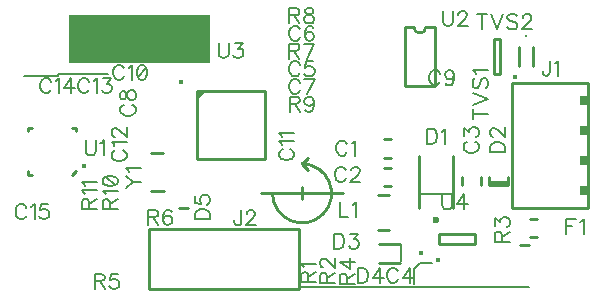
<source format=gto>
G04 DipTrace 2.4.0.2*
%INTopSilk.gbr*%
%MOIN*%
%ADD10C,0.0098*%
%ADD19C,0.0079*%
%ADD24C,0.0236*%
%ADD26C,0.0157*%
%ADD33C,0.0154*%
%ADD35C,0.0094*%
%ADD37O,0.0162X0.0154*%
%ADD42O,0.0165X0.0166*%
%ADD90C,0.0077*%
%FSLAX44Y44*%
G04*
G70*
G90*
G75*
G01*
%LNTopSilk*%
%LPD*%
X16605Y8622D2*
D10*
X16840D1*
X16605Y9252D2*
X16840D1*
X16605Y7685D2*
X16840D1*
X16605Y8314D2*
X16840D1*
X19861Y7745D2*
Y7981D1*
X19232Y7745D2*
Y7981D1*
X17788Y6964D2*
Y8696D1*
X18930Y6964D2*
Y8696D1*
D24*
X18359Y6570D3*
X20107Y7745D2*
D10*
Y7981D1*
X20736Y7745D2*
Y7981D1*
Y7820D2*
X20107D1*
X20736Y7745D2*
X20107D1*
X17151Y5140D2*
X16442D1*
X17151Y5770D2*
X16442D1*
D26*
X17840Y5455D3*
X21139Y5731D2*
D10*
X21454D1*
X10098Y6949D2*
X9783D1*
X21496Y5985D2*
X21732D1*
X21496Y6614D2*
X21732D1*
X23429Y6965D2*
Y11146D1*
X20870D1*
Y6965D1*
X23429D1*
G36*
X23144Y7398D2*
X23459D1*
Y7712D1*
X23144D1*
Y7398D1*
G37*
G36*
Y8397D2*
X23459D1*
Y8712D1*
X23144D1*
Y8397D1*
G37*
G36*
Y9398D2*
X23459D1*
Y9713D1*
X23144D1*
Y9398D1*
G37*
G36*
Y10398D2*
X23459D1*
Y10713D1*
X23144D1*
Y10398D1*
G37*
X8796Y6250D2*
D10*
X13796D1*
Y4250D1*
X8796D1*
Y6250D1*
X16407Y6222D2*
X16801D1*
X16408Y7403D2*
X16801D1*
D33*
X20974Y11325D3*
X20472Y11417D2*
D10*
Y12598D1*
X20276D1*
Y11417D1*
X20472D1*
X21594Y12323D2*
Y11693D1*
X21122Y12323D2*
Y11693D1*
D35*
X21358Y12693D3*
X6339Y8189D2*
D10*
X6221Y8071D1*
X6339Y9646D2*
X6221D1*
X6339D2*
Y9528D1*
X4764Y9646D2*
Y9528D1*
Y9646D2*
X4882D1*
X4764Y8071D2*
Y8189D1*
Y8071D2*
X4882D1*
D37*
X6613Y8368D3*
X17303Y12992D2*
D10*
Y11024D1*
X18327Y12992D2*
Y11024D1*
X17303D2*
X18327D1*
X17618Y12992D2*
X17303D1*
X18012D2*
X18327D1*
X17618D2*
G03X18012Y12992I197J0D01*
G01*
X10374Y10866D2*
X12657D1*
Y8583D1*
X10374D1*
Y10866D1*
D42*
X9858Y11177D3*
G36*
X10374Y10866D2*
Y10551D1*
X10689Y10866D1*
X10374D1*
G37*
D33*
X18403Y5239D3*
X18456Y5780D2*
D10*
X19637D1*
X18456Y6095D2*
X19637D1*
Y5780D2*
Y6095D1*
X18456Y5780D2*
Y6095D1*
X8849Y8789D2*
X9243D1*
X8849Y7530D2*
X9282D1*
X12902Y7452D2*
G03X13886Y8437I984J0D01*
G01*
X14083Y8240D2*
X13886Y8437D1*
X14083Y8633D1*
X13780Y4331D2*
D19*
X13976D1*
X16535D1*
X21457D1*
X17171Y5187D2*
Y5750D1*
X17618Y4429D2*
Y4921D1*
X17815Y5118D1*
X18012D1*
X18209D1*
X17796Y7437D2*
X18921D1*
X15264Y7452D2*
D10*
X12508D1*
X13886Y7255D2*
Y7649D1*
X7424Y11429D2*
D19*
X5737D1*
Y11366D1*
X4674D1*
X4612D1*
G36*
X6102Y13386D2*
X10827D1*
Y11811D1*
X6102D1*
Y13386D1*
G37*
X15390Y9092D2*
D90*
X15366Y9139D1*
X15318Y9187D1*
X15270Y9211D1*
X15175D1*
X15127Y9187D1*
X15079Y9139D1*
X15055Y9092D1*
X15031Y9020D1*
Y8900D1*
X15055Y8829D1*
X15079Y8781D1*
X15127Y8733D1*
X15175Y8709D1*
X15270D1*
X15318Y8733D1*
X15366Y8781D1*
X15390Y8829D1*
X15544Y9115D2*
X15592Y9139D1*
X15664Y9211D1*
Y8709D1*
X15345Y8217D2*
X15321Y8264D1*
X15273Y8312D1*
X15225Y8336D1*
X15130D1*
X15082Y8312D1*
X15034Y8264D1*
X15010Y8217D1*
X14986Y8145D1*
Y8025D1*
X15010Y7954D1*
X15034Y7906D1*
X15082Y7858D1*
X15130Y7834D1*
X15225D1*
X15273Y7858D1*
X15321Y7906D1*
X15345Y7954D1*
X15523Y8216D2*
Y8240D1*
X15547Y8288D1*
X15571Y8312D1*
X15619Y8336D1*
X15715D1*
X15762Y8312D1*
X15786Y8288D1*
X15810Y8240D1*
Y8192D1*
X15786Y8144D1*
X15738Y8073D1*
X15499Y7834D1*
X15834D1*
X19392Y9173D2*
X19344Y9149D1*
X19296Y9101D1*
X19272Y9053D1*
Y8958D1*
X19296Y8910D1*
X19344Y8862D1*
X19392Y8838D1*
X19463Y8814D1*
X19583D1*
X19655Y8838D1*
X19703Y8862D1*
X19750Y8910D1*
X19775Y8958D1*
Y9053D1*
X19750Y9101D1*
X19703Y9149D1*
X19655Y9173D1*
X19273Y9375D2*
Y9638D1*
X19464Y9495D1*
Y9567D1*
X19488Y9614D1*
X19512Y9638D1*
X19583Y9662D1*
X19631D1*
X19703Y9638D1*
X19751Y9590D1*
X19775Y9519D1*
Y9447D1*
X19751Y9375D1*
X19727Y9352D1*
X19679Y9327D1*
X17083Y4850D2*
X17059Y4898D1*
X17011Y4946D1*
X16964Y4969D1*
X16868D1*
X16820Y4946D1*
X16773Y4898D1*
X16748Y4850D1*
X16725Y4778D1*
Y4658D1*
X16748Y4587D1*
X16773Y4539D1*
X16820Y4491D1*
X16868Y4467D1*
X16964D1*
X17011Y4491D1*
X17059Y4539D1*
X17083Y4587D1*
X17477Y4467D2*
Y4969D1*
X17238Y4635D1*
X17596D1*
X13813Y11735D2*
X13789Y11782D1*
X13741Y11831D1*
X13693Y11854D1*
X13598D1*
X13550Y11831D1*
X13502Y11782D1*
X13478Y11735D1*
X13454Y11663D1*
Y11543D1*
X13478Y11472D1*
X13502Y11424D1*
X13550Y11376D1*
X13598Y11352D1*
X13693D1*
X13741Y11376D1*
X13789Y11424D1*
X13813Y11472D1*
X14254Y11854D2*
X14015D1*
X13991Y11639D1*
X14015Y11662D1*
X14087Y11687D1*
X14158D1*
X14230Y11662D1*
X14278Y11615D1*
X14302Y11543D1*
Y11496D1*
X14278Y11424D1*
X14230Y11376D1*
X14158Y11352D1*
X14087D1*
X14015Y11376D1*
X13991Y11400D1*
X13967Y11447D1*
X13825Y12916D2*
X13801Y12964D1*
X13753Y13012D1*
X13705Y13035D1*
X13610D1*
X13562Y13012D1*
X13514Y12964D1*
X13490Y12916D1*
X13466Y12844D1*
Y12724D1*
X13490Y12653D1*
X13514Y12605D1*
X13562Y12557D1*
X13610Y12533D1*
X13705D1*
X13753Y12557D1*
X13801Y12605D1*
X13825Y12653D1*
X14266Y12964D2*
X14242Y13011D1*
X14170Y13035D1*
X14123D1*
X14051Y13011D1*
X14003Y12939D1*
X13979Y12820D1*
Y12700D1*
X14003Y12605D1*
X14051Y12557D1*
X14123Y12533D1*
X14147D1*
X14218Y12557D1*
X14266Y12605D1*
X14290Y12677D1*
Y12700D1*
X14266Y12772D1*
X14218Y12820D1*
X14147Y12844D1*
X14123D1*
X14051Y12820D1*
X14003Y12772D1*
X13979Y12700D1*
X13813Y11144D2*
X13789Y11192D1*
X13741Y11240D1*
X13693Y11264D1*
X13598D1*
X13550Y11240D1*
X13502Y11192D1*
X13478Y11144D1*
X13454Y11072D1*
Y10953D1*
X13478Y10881D1*
X13502Y10833D1*
X13550Y10786D1*
X13598Y10761D1*
X13693D1*
X13741Y10786D1*
X13789Y10833D1*
X13813Y10881D1*
X14063Y10761D2*
X14302Y11263D1*
X13967D1*
X7952Y10405D2*
X7904Y10382D1*
X7856Y10334D1*
X7832Y10286D1*
Y10190D1*
X7856Y10142D1*
X7904Y10095D1*
X7952Y10071D1*
X8023Y10047D1*
X8143D1*
X8215Y10071D1*
X8263Y10095D1*
X8310Y10142D1*
X8335Y10190D1*
Y10286D1*
X8310Y10334D1*
X8263Y10382D1*
X8215Y10405D1*
X7833Y10679D2*
X7857Y10608D1*
X7904Y10584D1*
X7952D1*
X8000Y10608D1*
X8024Y10655D1*
X8048Y10751D1*
X8072Y10823D1*
X8120Y10870D1*
X8167Y10894D1*
X8239D1*
X8287Y10870D1*
X8311Y10847D1*
X8335Y10775D1*
Y10679D1*
X8311Y10608D1*
X8287Y10584D1*
X8239Y10560D1*
X8167D1*
X8120Y10584D1*
X8072Y10632D1*
X8048Y10703D1*
X8024Y10799D1*
X8000Y10847D1*
X7952Y10870D1*
X7904D1*
X7857Y10847D1*
X7833Y10775D1*
Y10679D1*
X18490Y11440D2*
X18466Y11487D1*
X18418Y11535D1*
X18370Y11559D1*
X18275D1*
X18227Y11535D1*
X18179Y11487D1*
X18155Y11440D1*
X18131Y11368D1*
Y11248D1*
X18155Y11177D1*
X18179Y11128D1*
X18227Y11081D1*
X18275Y11057D1*
X18370D1*
X18418Y11081D1*
X18466Y11128D1*
X18490Y11177D1*
X18955Y11392D2*
X18931Y11320D1*
X18884Y11272D1*
X18812Y11248D1*
X18788D1*
X18716Y11272D1*
X18669Y11320D1*
X18644Y11392D1*
Y11415D1*
X18669Y11487D1*
X18716Y11535D1*
X18788Y11558D1*
X18812D1*
X18884Y11535D1*
X18931Y11487D1*
X18955Y11392D1*
Y11272D1*
X18931Y11152D1*
X18884Y11080D1*
X18812Y11057D1*
X18764D1*
X18692Y11080D1*
X18669Y11128D1*
X7950Y11615D2*
X7926Y11662D1*
X7878Y11710D1*
X7830Y11734D1*
X7735D1*
X7687Y11710D1*
X7639Y11662D1*
X7615Y11615D1*
X7591Y11543D1*
Y11423D1*
X7615Y11352D1*
X7639Y11304D1*
X7687Y11256D1*
X7735Y11232D1*
X7830D1*
X7878Y11256D1*
X7926Y11304D1*
X7950Y11352D1*
X8104Y11638D2*
X8152Y11662D1*
X8224Y11734D1*
Y11232D1*
X8522Y11734D2*
X8450Y11710D1*
X8402Y11638D1*
X8378Y11519D1*
Y11447D1*
X8402Y11327D1*
X8450Y11256D1*
X8522Y11232D1*
X8570D1*
X8641Y11256D1*
X8689Y11327D1*
X8713Y11447D1*
Y11519D1*
X8689Y11638D1*
X8641Y11710D1*
X8570Y11734D1*
X8522D1*
X8689Y11638D2*
X8402Y11327D1*
X13237Y8917D2*
X13189Y8893D1*
X13141Y8845D1*
X13117Y8797D1*
Y8702D1*
X13141Y8654D1*
X13189Y8606D1*
X13237Y8582D1*
X13308Y8558D1*
X13428D1*
X13500Y8582D1*
X13548Y8606D1*
X13595Y8654D1*
X13620Y8702D1*
Y8797D1*
X13595Y8845D1*
X13548Y8893D1*
X13500Y8917D1*
X13213Y9071D2*
X13189Y9119D1*
X13118Y9191D1*
X13620D1*
X13213Y9346D2*
X13189Y9394D1*
X13118Y9465D1*
X13620D1*
X7657Y8886D2*
X7609Y8862D1*
X7561Y8814D1*
X7537Y8767D1*
Y8671D1*
X7561Y8623D1*
X7609Y8576D1*
X7657Y8551D1*
X7729Y8527D1*
X7849D1*
X7920Y8551D1*
X7968Y8576D1*
X8016Y8623D1*
X8040Y8671D1*
Y8767D1*
X8016Y8814D1*
X7968Y8862D1*
X7920Y8886D1*
X7634Y9041D2*
X7609Y9089D1*
X7538Y9160D1*
X8040D1*
X7657Y9339D2*
X7634D1*
X7586Y9363D1*
X7562Y9387D1*
X7538Y9435D1*
Y9530D1*
X7562Y9578D1*
X7586Y9602D1*
X7634Y9626D1*
X7681D1*
X7729Y9602D1*
X7801Y9554D1*
X8040Y9315D1*
Y9650D1*
X6784Y11176D2*
X6760Y11223D1*
X6712Y11271D1*
X6665Y11295D1*
X6569D1*
X6521Y11271D1*
X6474Y11223D1*
X6449Y11176D1*
X6426Y11104D1*
Y10984D1*
X6449Y10913D1*
X6474Y10865D1*
X6521Y10817D1*
X6569Y10793D1*
X6665D1*
X6712Y10817D1*
X6760Y10865D1*
X6784Y10913D1*
X6939Y11199D2*
X6987Y11223D1*
X7059Y11295D1*
Y10793D1*
X7261Y11295D2*
X7524D1*
X7380Y11103D1*
X7452D1*
X7500Y11080D1*
X7524Y11056D1*
X7548Y10984D1*
Y10937D1*
X7524Y10865D1*
X7476Y10817D1*
X7404Y10793D1*
X7332D1*
X7261Y10817D1*
X7237Y10841D1*
X7213Y10888D1*
X5522Y11176D2*
X5499Y11223D1*
X5451Y11271D1*
X5403Y11295D1*
X5307D1*
X5259Y11271D1*
X5212Y11223D1*
X5187Y11176D1*
X5164Y11104D1*
Y10984D1*
X5187Y10913D1*
X5212Y10865D1*
X5259Y10817D1*
X5307Y10793D1*
X5403D1*
X5451Y10817D1*
X5499Y10865D1*
X5522Y10913D1*
X5677Y11199D2*
X5725Y11223D1*
X5797Y11295D1*
Y10793D1*
X6190D2*
Y11295D1*
X5951Y10960D1*
X6310D1*
X4696Y6978D2*
X4672Y7025D1*
X4624Y7073D1*
X4576Y7097D1*
X4481D1*
X4433Y7073D1*
X4385Y7025D1*
X4361Y6978D1*
X4337Y6906D1*
Y6786D1*
X4361Y6714D1*
X4385Y6666D1*
X4433Y6619D1*
X4481Y6595D1*
X4576D1*
X4624Y6619D1*
X4672Y6666D1*
X4696Y6714D1*
X4850Y7001D2*
X4898Y7025D1*
X4970Y7096D1*
Y6595D1*
X5411Y7096D2*
X5172D1*
X5149Y6881D1*
X5172Y6905D1*
X5244Y6929D1*
X5316D1*
X5387Y6905D1*
X5436Y6858D1*
X5459Y6786D1*
Y6738D1*
X5436Y6666D1*
X5387Y6618D1*
X5316Y6595D1*
X5244D1*
X5172Y6618D1*
X5149Y6643D1*
X5124Y6690D1*
X18054Y9605D2*
Y9103D1*
X18222D1*
X18293Y9127D1*
X18342Y9175D1*
X18365Y9223D1*
X18389Y9294D1*
Y9414D1*
X18365Y9486D1*
X18342Y9533D1*
X18293Y9581D1*
X18222Y9605D1*
X18054D1*
X18543Y9509D2*
X18592Y9533D1*
X18663Y9605D1*
Y9103D1*
X20147Y8826D2*
X20650D1*
Y8994D1*
X20625Y9065D1*
X20578Y9113D1*
X20530Y9137D1*
X20458Y9161D1*
X20338D1*
X20267Y9137D1*
X20219Y9113D1*
X20171Y9065D1*
X20147Y8994D1*
Y8826D1*
X20267Y9340D2*
X20243D1*
X20195Y9363D1*
X20172Y9387D1*
X20148Y9435D1*
Y9531D1*
X20172Y9578D1*
X20195Y9602D1*
X20243Y9627D1*
X20291D1*
X20339Y9602D1*
X20410Y9555D1*
X20650Y9315D1*
Y9650D1*
X14957Y6109D2*
Y5606D1*
X15124D1*
X15196Y5631D1*
X15244Y5678D1*
X15268Y5726D1*
X15292Y5798D1*
Y5917D1*
X15268Y5989D1*
X15244Y6037D1*
X15196Y6085D1*
X15124Y6109D1*
X14957D1*
X15494Y6108D2*
X15757D1*
X15614Y5917D1*
X15686D1*
X15733Y5893D1*
X15757Y5869D1*
X15781Y5798D1*
Y5750D1*
X15757Y5678D1*
X15709Y5630D1*
X15638Y5606D1*
X15566D1*
X15494Y5630D1*
X15471Y5654D1*
X15446Y5702D1*
X15754Y4967D2*
Y4465D1*
X15922D1*
X15993Y4489D1*
X16042Y4537D1*
X16065Y4585D1*
X16089Y4656D1*
Y4776D1*
X16065Y4848D1*
X16042Y4896D1*
X15993Y4944D1*
X15922Y4967D1*
X15754D1*
X16483Y4465D2*
Y4967D1*
X16243Y4633D1*
X16602D1*
X10312Y6581D2*
X10814D1*
Y6749D1*
X10790Y6821D1*
X10742Y6869D1*
X10694Y6893D1*
X10623Y6916D1*
X10503D1*
X10431Y6893D1*
X10383Y6869D1*
X10335Y6821D1*
X10312Y6749D1*
Y6581D1*
Y7358D2*
Y7119D1*
X10527Y7095D1*
X10503Y7119D1*
X10479Y7191D1*
Y7262D1*
X10503Y7334D1*
X10551Y7382D1*
X10623Y7406D1*
X10670D1*
X10742Y7382D1*
X10790Y7334D1*
X10814Y7262D1*
Y7191D1*
X10790Y7119D1*
X10766Y7095D1*
X10718Y7071D1*
X23011Y6598D2*
X22699D1*
Y6096D1*
Y6359D2*
X22891D1*
X23165Y6502D2*
X23213Y6527D1*
X23285Y6598D1*
Y6096D1*
X22147Y11878D2*
Y11495D1*
X22123Y11424D1*
X22099Y11400D1*
X22052Y11375D1*
X22003D1*
X21956Y11400D1*
X21932Y11424D1*
X21908Y11495D1*
Y11543D1*
X22302Y11782D2*
X22350Y11806D1*
X22421Y11877D1*
Y11375D1*
X11860Y6883D2*
Y6501D1*
X11836Y6429D1*
X11812Y6405D1*
X11765Y6381D1*
X11717D1*
X11669Y6405D1*
X11645Y6429D1*
X11621Y6501D1*
Y6548D1*
X12039Y6763D2*
Y6787D1*
X12063Y6835D1*
X12086Y6859D1*
X12135Y6883D1*
X12230D1*
X12278Y6859D1*
X12301Y6835D1*
X12326Y6787D1*
Y6740D1*
X12301Y6692D1*
X12254Y6620D1*
X12015Y6381D1*
X12350D1*
X15136Y7174D2*
Y6672D1*
X15423D1*
X15577Y7078D2*
X15626Y7102D1*
X15697Y7174D1*
Y6672D1*
X14096Y4500D2*
Y4715D1*
X14071Y4786D1*
X14048Y4811D1*
X14000Y4835D1*
X13952D1*
X13904Y4811D1*
X13880Y4786D1*
X13856Y4715D1*
Y4500D1*
X14359D1*
X14096Y4667D2*
X14359Y4835D1*
X13952Y4989D2*
X13928Y5037D1*
X13857Y5109D1*
X14359D1*
X14718Y4472D2*
Y4687D1*
X14693Y4759D1*
X14670Y4783D1*
X14622Y4807D1*
X14574D1*
X14526Y4783D1*
X14502Y4759D1*
X14478Y4687D1*
Y4472D1*
X14981D1*
X14718Y4639D2*
X14981Y4807D1*
X14598Y4985D2*
X14575D1*
X14526Y5009D1*
X14503Y5033D1*
X14479Y5081D1*
Y5177D1*
X14503Y5224D1*
X14526Y5248D1*
X14575Y5272D1*
X14622D1*
X14670Y5248D1*
X14741Y5200D1*
X14981Y4961D1*
Y5296D1*
X20544Y5837D2*
Y6052D1*
X20520Y6124D1*
X20496Y6149D1*
X20448Y6172D1*
X20400D1*
X20353Y6149D1*
X20328Y6124D1*
X20305Y6052D1*
Y5837D1*
X20807D1*
X20544Y6005D2*
X20807Y6172D1*
X20305Y6375D2*
Y6637D1*
X20496Y6494D1*
Y6566D1*
X20520Y6614D1*
X20544Y6637D1*
X20616Y6662D1*
X20663D1*
X20735Y6637D1*
X20783Y6590D1*
X20807Y6518D1*
Y6446D1*
X20783Y6375D1*
X20759Y6351D1*
X20711Y6327D1*
X15382Y4441D2*
Y4656D1*
X15358Y4728D1*
X15334Y4752D1*
X15286Y4776D1*
X15238D1*
X15191Y4752D1*
X15167Y4728D1*
X15143Y4656D1*
Y4441D1*
X15645D1*
X15382Y4609D2*
X15645Y4776D1*
Y5170D2*
X15143D1*
X15478Y4930D1*
Y5289D1*
X6972Y4530D2*
X7187D1*
X7259Y4554D1*
X7283Y4578D1*
X7307Y4625D1*
Y4674D1*
X7283Y4721D1*
X7259Y4745D1*
X7187Y4769D1*
X6972D1*
Y4267D1*
X7139Y4530D2*
X7307Y4267D1*
X7748Y4769D2*
X7509D1*
X7485Y4554D1*
X7509Y4577D1*
X7581Y4602D1*
X7652D1*
X7724Y4577D1*
X7772Y4530D1*
X7796Y4458D1*
Y4410D1*
X7772Y4339D1*
X7724Y4291D1*
X7652Y4267D1*
X7581D1*
X7509Y4291D1*
X7485Y4315D1*
X7461Y4362D1*
X8763Y6658D2*
X8978D1*
X9050Y6682D1*
X9074Y6706D1*
X9098Y6753D1*
Y6801D1*
X9074Y6849D1*
X9050Y6873D1*
X8978Y6897D1*
X8763D1*
Y6395D1*
X8930Y6658D2*
X9098Y6395D1*
X9539Y6825D2*
X9515Y6873D1*
X9443Y6897D1*
X9396D1*
X9324Y6873D1*
X9276Y6801D1*
X9252Y6682D1*
Y6562D1*
X9276Y6467D1*
X9324Y6418D1*
X9396Y6395D1*
X9420D1*
X9491Y6418D1*
X9539Y6467D1*
X9563Y6538D1*
Y6562D1*
X9539Y6634D1*
X9491Y6682D1*
X9420Y6705D1*
X9396D1*
X9324Y6682D1*
X9276Y6634D1*
X9252Y6562D1*
X13466Y12206D2*
X13681D1*
X13753Y12230D1*
X13777Y12254D1*
X13801Y12301D1*
Y12349D1*
X13777Y12397D1*
X13753Y12421D1*
X13681Y12445D1*
X13466D1*
Y11942D1*
X13633Y12206D2*
X13801Y11942D1*
X14051D2*
X14290Y12444D1*
X13955D1*
X13466Y13387D2*
X13681D1*
X13753Y13411D1*
X13777Y13435D1*
X13801Y13482D1*
Y13530D1*
X13777Y13578D1*
X13753Y13602D1*
X13681Y13626D1*
X13466D1*
Y13124D1*
X13634Y13387D2*
X13801Y13124D1*
X14075Y13625D2*
X14004Y13602D1*
X13979Y13554D1*
Y13506D1*
X14004Y13458D1*
X14051Y13434D1*
X14147Y13410D1*
X14219Y13387D1*
X14266Y13339D1*
X14290Y13291D1*
Y13219D1*
X14266Y13172D1*
X14242Y13147D1*
X14170Y13124D1*
X14075D1*
X14004Y13147D1*
X13979Y13172D1*
X13955Y13219D1*
Y13291D1*
X13979Y13339D1*
X14027Y13387D1*
X14099Y13410D1*
X14194Y13434D1*
X14242Y13458D1*
X14266Y13506D1*
Y13554D1*
X14242Y13602D1*
X14170Y13625D1*
X14075D1*
X13478Y10434D2*
X13693D1*
X13765Y10458D1*
X13789Y10482D1*
X13813Y10529D1*
Y10578D1*
X13789Y10625D1*
X13765Y10649D1*
X13693Y10673D1*
X13478D1*
Y10171D1*
X13645Y10434D2*
X13813Y10171D1*
X14278Y10506D2*
X14254Y10434D1*
X14206Y10386D1*
X14134Y10362D1*
X14111D1*
X14039Y10386D1*
X13991Y10434D1*
X13967Y10506D1*
Y10529D1*
X13991Y10601D1*
X14039Y10649D1*
X14111Y10673D1*
X14134D1*
X14206Y10649D1*
X14254Y10601D1*
X14278Y10506D1*
Y10386D1*
X14254Y10266D1*
X14206Y10195D1*
X14134Y10171D1*
X14087D1*
X14015Y10195D1*
X13991Y10243D1*
X7480Y6931D2*
Y7146D1*
X7455Y7218D1*
X7431Y7242D1*
X7384Y7266D1*
X7336D1*
X7288Y7242D1*
X7264Y7218D1*
X7240Y7146D1*
Y6931D1*
X7743D1*
X7480Y7098D2*
X7743Y7266D1*
X7336Y7420D2*
X7312Y7468D1*
X7241Y7540D1*
X7743D1*
X7241Y7838D2*
X7265Y7767D1*
X7336Y7718D1*
X7456Y7695D1*
X7528D1*
X7647Y7718D1*
X7719Y7767D1*
X7743Y7838D1*
Y7886D1*
X7719Y7958D1*
X7647Y8005D1*
X7528Y8030D1*
X7456D1*
X7336Y8005D1*
X7265Y7958D1*
X7241Y7886D1*
Y7838D1*
X7336Y8005D2*
X7647Y7718D1*
X6791Y6940D2*
Y7155D1*
X6766Y7227D1*
X6742Y7251D1*
X6695Y7275D1*
X6647D1*
X6599Y7251D1*
X6575Y7227D1*
X6551Y7155D1*
Y6940D1*
X7054D1*
X6791Y7108D2*
X7054Y7275D1*
X6647Y7429D2*
X6623Y7478D1*
X6552Y7549D1*
X7054D1*
X6647Y7704D2*
X6623Y7752D1*
X6552Y7824D1*
X7054D1*
X19573Y10092D2*
X20075D1*
X19573Y9925D2*
Y10259D1*
Y10414D2*
X20075Y10605D1*
X19573Y10796D1*
X19645Y11286D2*
X19597Y11238D1*
X19573Y11166D1*
Y11071D1*
X19597Y10999D1*
X19645Y10951D1*
X19692D1*
X19740Y10975D1*
X19764Y10999D1*
X19788Y11046D1*
X19836Y11190D1*
X19860Y11238D1*
X19884Y11262D1*
X19932Y11286D1*
X20003D1*
X20051Y11238D1*
X20075Y11166D1*
Y11071D1*
X20051Y10999D1*
X20003Y10951D1*
X19669Y11440D2*
X19645Y11488D1*
X19573Y11560D1*
X20075D1*
X19872Y13421D2*
Y12919D1*
X19705Y13421D2*
X20040D1*
X20194D2*
X20385Y12919D1*
X20577Y13421D1*
X21066Y13349D2*
X21018Y13397D1*
X20946Y13421D1*
X20851D1*
X20779Y13397D1*
X20731Y13349D1*
Y13302D1*
X20755Y13254D1*
X20779Y13230D1*
X20827Y13206D1*
X20970Y13158D1*
X21018Y13134D1*
X21042Y13110D1*
X21066Y13062D1*
Y12991D1*
X21018Y12943D1*
X20946Y12919D1*
X20851D1*
X20779Y12943D1*
X20731Y12991D1*
X21245Y13301D2*
Y13325D1*
X21268Y13373D1*
X21292Y13397D1*
X21340Y13421D1*
X21436D1*
X21483Y13397D1*
X21507Y13373D1*
X21531Y13325D1*
Y13277D1*
X21507Y13229D1*
X21460Y13158D1*
X21220Y12919D1*
X21555D1*
X6673Y9218D2*
Y8860D1*
X6696Y8788D1*
X6744Y8740D1*
X6816Y8716D1*
X6864D1*
X6936Y8740D1*
X6984Y8788D1*
X7007Y8860D1*
Y9218D1*
X7162Y9122D2*
X7210Y9147D1*
X7282Y9218D1*
Y8716D1*
X18584Y13528D2*
Y13169D1*
X18608Y13097D1*
X18656Y13049D1*
X18728Y13025D1*
X18775D1*
X18847Y13049D1*
X18895Y13097D1*
X18919Y13169D1*
Y13528D1*
X19098Y13408D2*
Y13431D1*
X19121Y13479D1*
X19145Y13503D1*
X19193Y13527D1*
X19289D1*
X19336Y13503D1*
X19360Y13479D1*
X19384Y13431D1*
Y13384D1*
X19360Y13336D1*
X19313Y13264D1*
X19073Y13025D1*
X19408D1*
X11104Y12465D2*
Y12106D1*
X11127Y12034D1*
X11175Y11986D1*
X11247Y11962D1*
X11295D1*
X11367Y11986D1*
X11415Y12034D1*
X11439Y12106D1*
Y12465D1*
X11641Y12464D2*
X11904D1*
X11760Y12273D1*
X11832D1*
X11880Y12249D1*
X11904Y12225D1*
X11928Y12153D1*
Y12106D1*
X11904Y12034D1*
X11856Y11986D1*
X11784Y11962D1*
X11712D1*
X11641Y11986D1*
X11617Y12010D1*
X11593Y12058D1*
X18557Y7417D2*
Y7059D1*
X18581Y6987D1*
X18629Y6939D1*
X18701Y6915D1*
X18749D1*
X18821Y6939D1*
X18869Y6987D1*
X18892Y7059D1*
Y7417D1*
X19286Y6915D2*
Y7417D1*
X19047Y7082D1*
X19405D1*
X8019Y7634D2*
X8258Y7825D1*
X8521D1*
X8019Y8017D2*
X8258Y7825D1*
X8115Y8171D2*
X8091Y8219D1*
X8019Y8291D1*
X8521D1*
M02*

</source>
